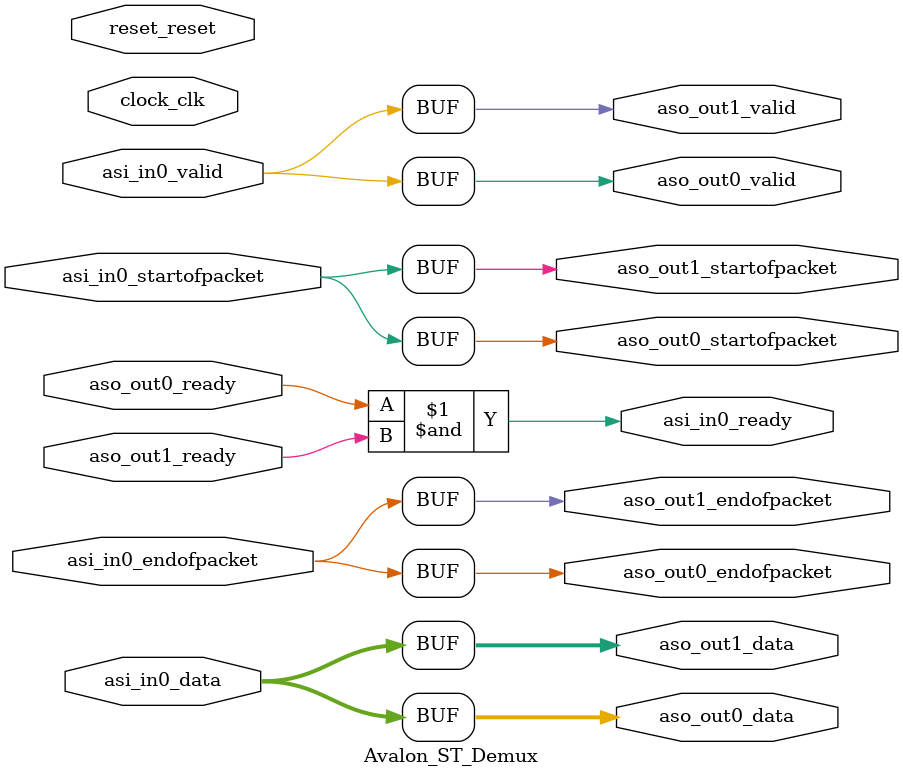
<source format=v>

`timescale 1 ps / 1 ps
module Avalon_ST_Demux #(
    parameter INPUT_WIDTH=38
)
(
		input  wire [INPUT_WIDTH-1:0] asi_in0_data,           //  asi_in0.data
		output wire        asi_in0_ready,          //         .ready
		input  wire        asi_in0_valid,          //         .valid
		input  wire        asi_in0_endofpacket,    //         .endofpacket
		input  wire        asi_in0_startofpacket,  //         .startofpacket

		input  wire        clock_clk,              //    clock.clk
		input  wire        reset_reset,            //    reset.reset

		output wire [INPUT_WIDTH-1:0] aso_out0_data,          // aso_out0.data
		input  wire        aso_out0_ready,         //         .ready
		output wire        aso_out0_valid,         //         .valid
		output wire        aso_out0_endofpacket,   //         .endofpacket
		output wire        aso_out0_startofpacket, //         .startofpacket

		output wire [INPUT_WIDTH-1:0] aso_out1_data,          // aso_out1.data
		input  wire        aso_out1_ready,         //         .ready
		output wire        aso_out1_valid,         //         .valid
		output wire        aso_out1_endofpacket,   //         .endofpacket
		output wire        aso_out1_startofpacket  //         .startofpacket
	);
    assign aso_out0_data=asi_in0_data;
    assign aso_out1_data=asi_in0_data;

    assign asi_in0_ready=aso_out0_ready & aso_out1_ready;

    assign aso_out0_valid=asi_in0_valid;
    assign aso_out1_valid=asi_in0_valid;

    assign aso_out0_endofpacket=asi_in0_endofpacket;
    assign aso_out1_endofpacket=asi_in0_endofpacket;

    assign aso_out0_startofpacket=asi_in0_startofpacket;
    assign aso_out1_startofpacket=asi_in0_startofpacket;


endmodule


</source>
